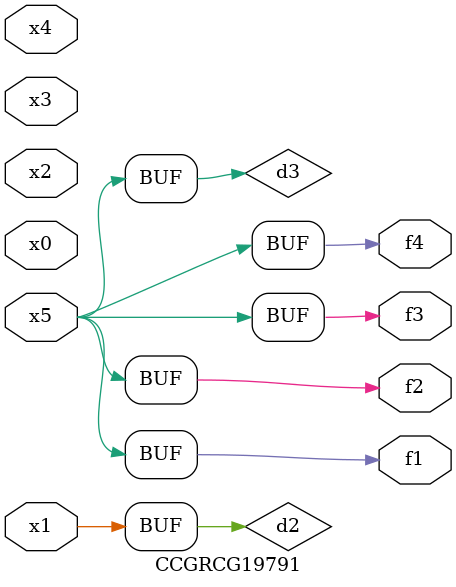
<source format=v>
module CCGRCG19791(
	input x0, x1, x2, x3, x4, x5,
	output f1, f2, f3, f4
);

	wire d1, d2, d3;

	not (d1, x5);
	or (d2, x1);
	xnor (d3, d1);
	assign f1 = d3;
	assign f2 = d3;
	assign f3 = d3;
	assign f4 = d3;
endmodule

</source>
